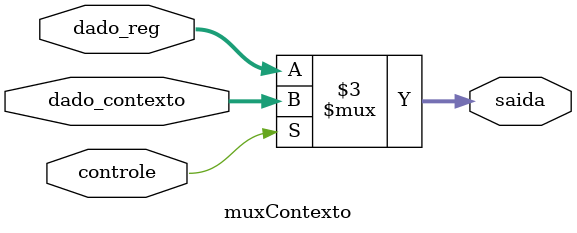
<source format=v>
module muxContexto(
dado_reg,
dado_contexto,
controle,
saida
);

input [4:0] dado_reg, dado_contexto;
input controle;

output reg [4:0] saida;

always @(dado_reg or dado_contexto or controle) begin
	if(controle)
		saida = dado_contexto;
	else
		saida = dado_reg;
end

endmodule

</source>
